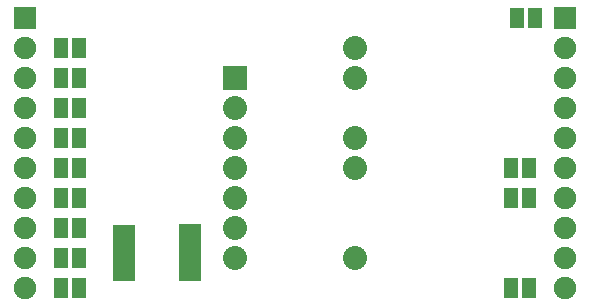
<source format=gts>
G04 (created by PCBNEW-RS274X (2012-01-19 BZR 3256)-stable) date 1/26/2013 3:19:43 PM*
G01*
G70*
G90*
%MOIN*%
G04 Gerber Fmt 3.4, Leading zero omitted, Abs format*
%FSLAX34Y34*%
G04 APERTURE LIST*
%ADD10C,0.006000*%
%ADD11R,0.075000X0.037000*%
%ADD12R,0.045000X0.065000*%
%ADD13R,0.075000X0.075000*%
%ADD14C,0.075000*%
%ADD15R,0.080000X0.080000*%
%ADD16C,0.080000*%
G04 APERTURE END LIST*
G54D10*
G54D11*
X43300Y-52540D03*
X43300Y-52790D03*
X43300Y-53050D03*
X43300Y-53300D03*
X43300Y-53560D03*
X43300Y-53815D03*
X43300Y-54070D03*
X45500Y-54070D03*
X45500Y-53815D03*
X45500Y-53560D03*
X45500Y-53300D03*
X45500Y-53045D03*
X45500Y-52790D03*
X45500Y-52535D03*
G54D12*
X56200Y-50500D03*
X56800Y-50500D03*
X56200Y-51500D03*
X56800Y-51500D03*
X41800Y-51500D03*
X41200Y-51500D03*
X41800Y-50500D03*
X41200Y-50500D03*
X41800Y-49500D03*
X41200Y-49500D03*
X41800Y-48500D03*
X41200Y-48500D03*
X41800Y-47500D03*
X41200Y-47500D03*
X41800Y-46500D03*
X41200Y-46500D03*
X56800Y-54500D03*
X56200Y-54500D03*
X41800Y-54500D03*
X41200Y-54500D03*
X41800Y-53500D03*
X41200Y-53500D03*
X41800Y-52500D03*
X41200Y-52500D03*
X56400Y-45500D03*
X57000Y-45500D03*
G54D13*
X58000Y-45500D03*
G54D14*
X58000Y-46500D03*
X58000Y-47500D03*
X58000Y-48500D03*
X58000Y-49500D03*
X58000Y-50500D03*
X58000Y-51500D03*
X58000Y-52500D03*
X58000Y-53500D03*
X58000Y-54500D03*
G54D13*
X40000Y-45500D03*
G54D14*
X40000Y-46500D03*
X40000Y-47500D03*
X40000Y-48500D03*
X40000Y-49500D03*
X40000Y-50500D03*
X40000Y-51500D03*
X40000Y-52500D03*
X40000Y-53500D03*
X40000Y-54500D03*
G54D15*
X47000Y-47500D03*
G54D16*
X47000Y-48500D03*
X47000Y-50500D03*
X47000Y-52500D03*
X47000Y-53500D03*
X51000Y-53500D03*
X51000Y-49500D03*
X51000Y-47500D03*
X47000Y-49500D03*
X47000Y-51500D03*
X51000Y-46500D03*
X51000Y-50500D03*
M02*

</source>
